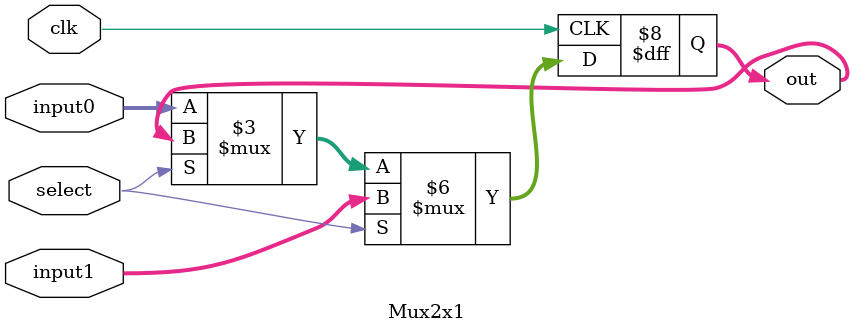
<source format=v>
module Mux2x1 (clk, input0, input1, select, out);

    input wire [31:0] input0;
	input wire [31:0] input1;
	input wire clk, select;
	
    output reg [31:0] out;

	always@(posedge clk)
	begin
	    if (select)
            out <= input1;
		else if (!select)
		    out <= input0;
	end
endmodule

</source>
